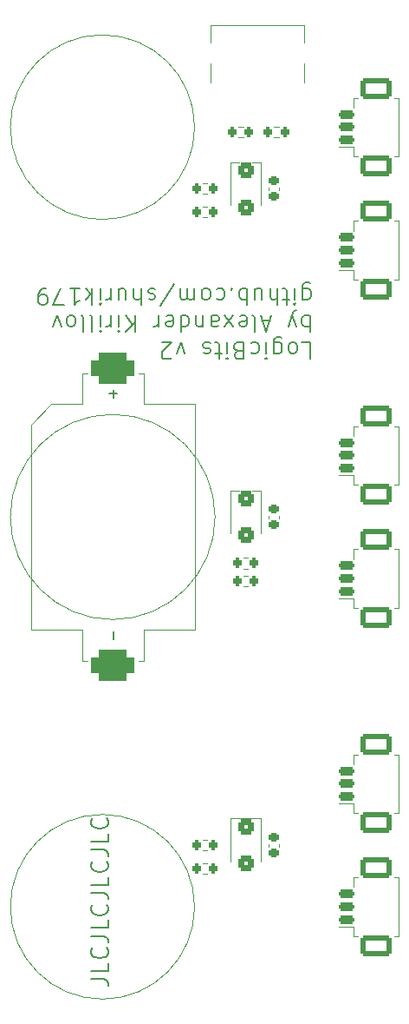
<source format=gbr>
%TF.GenerationSoftware,KiCad,Pcbnew,7.0.8*%
%TF.CreationDate,2024-03-13T10:59:52-04:00*%
%TF.ProjectId,INPUT,494e5055-542e-46b6-9963-61645f706362,rev?*%
%TF.SameCoordinates,Original*%
%TF.FileFunction,Legend,Top*%
%TF.FilePolarity,Positive*%
%FSLAX46Y46*%
G04 Gerber Fmt 4.6, Leading zero omitted, Abs format (unit mm)*
G04 Created by KiCad (PCBNEW 7.0.8) date 2024-03-13 10:59:52*
%MOMM*%
%LPD*%
G01*
G04 APERTURE LIST*
G04 Aperture macros list*
%AMRoundRect*
0 Rectangle with rounded corners*
0 $1 Rounding radius*
0 $2 $3 $4 $5 $6 $7 $8 $9 X,Y pos of 4 corners*
0 Add a 4 corners polygon primitive as box body*
4,1,4,$2,$3,$4,$5,$6,$7,$8,$9,$2,$3,0*
0 Add four circle primitives for the rounded corners*
1,1,$1+$1,$2,$3*
1,1,$1+$1,$4,$5*
1,1,$1+$1,$6,$7*
1,1,$1+$1,$8,$9*
0 Add four rect primitives between the rounded corners*
20,1,$1+$1,$2,$3,$4,$5,0*
20,1,$1+$1,$4,$5,$6,$7,0*
20,1,$1+$1,$6,$7,$8,$9,0*
20,1,$1+$1,$8,$9,$2,$3,0*%
G04 Aperture macros list end*
%ADD10C,0.100000*%
%ADD11C,0.142240*%
%ADD12C,0.150000*%
%ADD13C,0.120000*%
%ADD14RoundRect,0.200000X-0.200000X-0.275000X0.200000X-0.275000X0.200000X0.275000X-0.200000X0.275000X0*%
%ADD15O,2.600000X2.100000*%
%ADD16RoundRect,0.300000X-0.500000X0.450000X-0.500000X-0.450000X0.500000X-0.450000X0.500000X0.450000X0*%
%ADD17RoundRect,0.750000X1.350000X-0.750000X1.350000X0.750000X-1.350000X0.750000X-1.350000X-0.750000X0*%
%ADD18RoundRect,0.200000X0.600000X-0.200000X0.600000X0.200000X-0.600000X0.200000X-0.600000X-0.200000X0*%
%ADD19RoundRect,0.250001X1.249998X-0.799999X1.249998X0.799999X-1.249998X0.799999X-1.249998X-0.799999X0*%
%ADD20RoundRect,0.225000X0.250000X-0.225000X0.250000X0.225000X-0.250000X0.225000X-0.250000X-0.225000X0*%
%ADD21RoundRect,0.200000X0.200000X0.275000X-0.200000X0.275000X-0.200000X-0.275000X0.200000X-0.275000X0*%
%ADD22R,0.700000X1.600000*%
%ADD23R,0.800000X1.600000*%
%ADD24R,0.900000X1.600000*%
%ADD25O,1.000000X1.700000*%
%ADD26C,0.900000*%
G04 APERTURE END LIST*
D10*
X20000000Y-10000000D02*
G75*
G03*
X20000000Y-10000000I-9000000J0D01*
G01*
X20000000Y-86000000D02*
G75*
G03*
X20000000Y-86000000I-9000000J0D01*
G01*
D11*
X9906657Y-93049595D02*
X11075057Y-93049595D01*
X11075057Y-93049595D02*
X11308737Y-93127488D01*
X11308737Y-93127488D02*
X11464524Y-93283275D01*
X11464524Y-93283275D02*
X11542417Y-93516955D01*
X11542417Y-93516955D02*
X11542417Y-93672742D01*
X11542417Y-91491729D02*
X11542417Y-92270662D01*
X11542417Y-92270662D02*
X9906657Y-92270662D01*
X11386630Y-90011755D02*
X11464524Y-90089648D01*
X11464524Y-90089648D02*
X11542417Y-90323328D01*
X11542417Y-90323328D02*
X11542417Y-90479115D01*
X11542417Y-90479115D02*
X11464524Y-90712795D01*
X11464524Y-90712795D02*
X11308737Y-90868582D01*
X11308737Y-90868582D02*
X11152950Y-90946475D01*
X11152950Y-90946475D02*
X10841377Y-91024368D01*
X10841377Y-91024368D02*
X10607697Y-91024368D01*
X10607697Y-91024368D02*
X10296124Y-90946475D01*
X10296124Y-90946475D02*
X10140337Y-90868582D01*
X10140337Y-90868582D02*
X9984550Y-90712795D01*
X9984550Y-90712795D02*
X9906657Y-90479115D01*
X9906657Y-90479115D02*
X9906657Y-90323328D01*
X9906657Y-90323328D02*
X9984550Y-90089648D01*
X9984550Y-90089648D02*
X10062444Y-90011755D01*
X9906657Y-88843355D02*
X11075057Y-88843355D01*
X11075057Y-88843355D02*
X11308737Y-88921248D01*
X11308737Y-88921248D02*
X11464524Y-89077035D01*
X11464524Y-89077035D02*
X11542417Y-89310715D01*
X11542417Y-89310715D02*
X11542417Y-89466502D01*
X11542417Y-87285489D02*
X11542417Y-88064422D01*
X11542417Y-88064422D02*
X9906657Y-88064422D01*
X11386630Y-85805515D02*
X11464524Y-85883408D01*
X11464524Y-85883408D02*
X11542417Y-86117088D01*
X11542417Y-86117088D02*
X11542417Y-86272875D01*
X11542417Y-86272875D02*
X11464524Y-86506555D01*
X11464524Y-86506555D02*
X11308737Y-86662342D01*
X11308737Y-86662342D02*
X11152950Y-86740235D01*
X11152950Y-86740235D02*
X10841377Y-86818128D01*
X10841377Y-86818128D02*
X10607697Y-86818128D01*
X10607697Y-86818128D02*
X10296124Y-86740235D01*
X10296124Y-86740235D02*
X10140337Y-86662342D01*
X10140337Y-86662342D02*
X9984550Y-86506555D01*
X9984550Y-86506555D02*
X9906657Y-86272875D01*
X9906657Y-86272875D02*
X9906657Y-86117088D01*
X9906657Y-86117088D02*
X9984550Y-85883408D01*
X9984550Y-85883408D02*
X10062444Y-85805515D01*
X9906657Y-84637115D02*
X11075057Y-84637115D01*
X11075057Y-84637115D02*
X11308737Y-84715008D01*
X11308737Y-84715008D02*
X11464524Y-84870795D01*
X11464524Y-84870795D02*
X11542417Y-85104475D01*
X11542417Y-85104475D02*
X11542417Y-85260262D01*
X11542417Y-83079249D02*
X11542417Y-83858182D01*
X11542417Y-83858182D02*
X9906657Y-83858182D01*
X11386630Y-81599275D02*
X11464524Y-81677168D01*
X11464524Y-81677168D02*
X11542417Y-81910848D01*
X11542417Y-81910848D02*
X11542417Y-82066635D01*
X11542417Y-82066635D02*
X11464524Y-82300315D01*
X11464524Y-82300315D02*
X11308737Y-82456102D01*
X11308737Y-82456102D02*
X11152950Y-82533995D01*
X11152950Y-82533995D02*
X10841377Y-82611888D01*
X10841377Y-82611888D02*
X10607697Y-82611888D01*
X10607697Y-82611888D02*
X10296124Y-82533995D01*
X10296124Y-82533995D02*
X10140337Y-82456102D01*
X10140337Y-82456102D02*
X9984550Y-82300315D01*
X9984550Y-82300315D02*
X9906657Y-82066635D01*
X9906657Y-82066635D02*
X9906657Y-81910848D01*
X9906657Y-81910848D02*
X9984550Y-81677168D01*
X9984550Y-81677168D02*
X10062444Y-81599275D01*
X9906657Y-80430875D02*
X11075057Y-80430875D01*
X11075057Y-80430875D02*
X11308737Y-80508768D01*
X11308737Y-80508768D02*
X11464524Y-80664555D01*
X11464524Y-80664555D02*
X11542417Y-80898235D01*
X11542417Y-80898235D02*
X11542417Y-81054022D01*
X11542417Y-78873009D02*
X11542417Y-79651942D01*
X11542417Y-79651942D02*
X9906657Y-79651942D01*
X11386630Y-77393035D02*
X11464524Y-77470928D01*
X11464524Y-77470928D02*
X11542417Y-77704608D01*
X11542417Y-77704608D02*
X11542417Y-77860395D01*
X11542417Y-77860395D02*
X11464524Y-78094075D01*
X11464524Y-78094075D02*
X11308737Y-78249862D01*
X11308737Y-78249862D02*
X11152950Y-78327755D01*
X11152950Y-78327755D02*
X10841377Y-78405648D01*
X10841377Y-78405648D02*
X10607697Y-78405648D01*
X10607697Y-78405648D02*
X10296124Y-78327755D01*
X10296124Y-78327755D02*
X10140337Y-78249862D01*
X10140337Y-78249862D02*
X9984550Y-78094075D01*
X9984550Y-78094075D02*
X9906657Y-77860395D01*
X9906657Y-77860395D02*
X9906657Y-77704608D01*
X9906657Y-77704608D02*
X9984550Y-77470928D01*
X9984550Y-77470928D02*
X10062444Y-77393035D01*
X30488022Y-30974730D02*
X31266955Y-30974730D01*
X31266955Y-30974730D02*
X31266955Y-32610490D01*
X29709088Y-30974730D02*
X29864875Y-31052624D01*
X29864875Y-31052624D02*
X29942768Y-31130517D01*
X29942768Y-31130517D02*
X30020661Y-31286304D01*
X30020661Y-31286304D02*
X30020661Y-31753664D01*
X30020661Y-31753664D02*
X29942768Y-31909450D01*
X29942768Y-31909450D02*
X29864875Y-31987344D01*
X29864875Y-31987344D02*
X29709088Y-32065237D01*
X29709088Y-32065237D02*
X29475408Y-32065237D01*
X29475408Y-32065237D02*
X29319621Y-31987344D01*
X29319621Y-31987344D02*
X29241728Y-31909450D01*
X29241728Y-31909450D02*
X29163835Y-31753664D01*
X29163835Y-31753664D02*
X29163835Y-31286304D01*
X29163835Y-31286304D02*
X29241728Y-31130517D01*
X29241728Y-31130517D02*
X29319621Y-31052624D01*
X29319621Y-31052624D02*
X29475408Y-30974730D01*
X29475408Y-30974730D02*
X29709088Y-30974730D01*
X27761755Y-32065237D02*
X27761755Y-30741050D01*
X27761755Y-30741050D02*
X27839648Y-30585264D01*
X27839648Y-30585264D02*
X27917542Y-30507370D01*
X27917542Y-30507370D02*
X28073328Y-30429477D01*
X28073328Y-30429477D02*
X28307008Y-30429477D01*
X28307008Y-30429477D02*
X28462795Y-30507370D01*
X27761755Y-31052624D02*
X27917542Y-30974730D01*
X27917542Y-30974730D02*
X28229115Y-30974730D01*
X28229115Y-30974730D02*
X28384902Y-31052624D01*
X28384902Y-31052624D02*
X28462795Y-31130517D01*
X28462795Y-31130517D02*
X28540688Y-31286304D01*
X28540688Y-31286304D02*
X28540688Y-31753664D01*
X28540688Y-31753664D02*
X28462795Y-31909450D01*
X28462795Y-31909450D02*
X28384902Y-31987344D01*
X28384902Y-31987344D02*
X28229115Y-32065237D01*
X28229115Y-32065237D02*
X27917542Y-32065237D01*
X27917542Y-32065237D02*
X27761755Y-31987344D01*
X26982822Y-30974730D02*
X26982822Y-32065237D01*
X26982822Y-32610490D02*
X27060715Y-32532597D01*
X27060715Y-32532597D02*
X26982822Y-32454704D01*
X26982822Y-32454704D02*
X26904929Y-32532597D01*
X26904929Y-32532597D02*
X26982822Y-32610490D01*
X26982822Y-32610490D02*
X26982822Y-32454704D01*
X25502849Y-31052624D02*
X25658636Y-30974730D01*
X25658636Y-30974730D02*
X25970209Y-30974730D01*
X25970209Y-30974730D02*
X26125996Y-31052624D01*
X26125996Y-31052624D02*
X26203889Y-31130517D01*
X26203889Y-31130517D02*
X26281782Y-31286304D01*
X26281782Y-31286304D02*
X26281782Y-31753664D01*
X26281782Y-31753664D02*
X26203889Y-31909450D01*
X26203889Y-31909450D02*
X26125996Y-31987344D01*
X26125996Y-31987344D02*
X25970209Y-32065237D01*
X25970209Y-32065237D02*
X25658636Y-32065237D01*
X25658636Y-32065237D02*
X25502849Y-31987344D01*
X24256556Y-31831557D02*
X24022876Y-31753664D01*
X24022876Y-31753664D02*
X23944982Y-31675770D01*
X23944982Y-31675770D02*
X23867089Y-31519984D01*
X23867089Y-31519984D02*
X23867089Y-31286304D01*
X23867089Y-31286304D02*
X23944982Y-31130517D01*
X23944982Y-31130517D02*
X24022876Y-31052624D01*
X24022876Y-31052624D02*
X24178662Y-30974730D01*
X24178662Y-30974730D02*
X24801809Y-30974730D01*
X24801809Y-30974730D02*
X24801809Y-32610490D01*
X24801809Y-32610490D02*
X24256556Y-32610490D01*
X24256556Y-32610490D02*
X24100769Y-32532597D01*
X24100769Y-32532597D02*
X24022876Y-32454704D01*
X24022876Y-32454704D02*
X23944982Y-32298917D01*
X23944982Y-32298917D02*
X23944982Y-32143130D01*
X23944982Y-32143130D02*
X24022876Y-31987344D01*
X24022876Y-31987344D02*
X24100769Y-31909450D01*
X24100769Y-31909450D02*
X24256556Y-31831557D01*
X24256556Y-31831557D02*
X24801809Y-31831557D01*
X23166049Y-30974730D02*
X23166049Y-32065237D01*
X23166049Y-32610490D02*
X23243942Y-32532597D01*
X23243942Y-32532597D02*
X23166049Y-32454704D01*
X23166049Y-32454704D02*
X23088156Y-32532597D01*
X23088156Y-32532597D02*
X23166049Y-32610490D01*
X23166049Y-32610490D02*
X23166049Y-32454704D01*
X22620796Y-32065237D02*
X21997649Y-32065237D01*
X22387116Y-32610490D02*
X22387116Y-31208410D01*
X22387116Y-31208410D02*
X22309223Y-31052624D01*
X22309223Y-31052624D02*
X22153436Y-30974730D01*
X22153436Y-30974730D02*
X21997649Y-30974730D01*
X21530289Y-31052624D02*
X21374503Y-30974730D01*
X21374503Y-30974730D02*
X21062929Y-30974730D01*
X21062929Y-30974730D02*
X20907143Y-31052624D01*
X20907143Y-31052624D02*
X20829249Y-31208410D01*
X20829249Y-31208410D02*
X20829249Y-31286304D01*
X20829249Y-31286304D02*
X20907143Y-31442090D01*
X20907143Y-31442090D02*
X21062929Y-31519984D01*
X21062929Y-31519984D02*
X21296609Y-31519984D01*
X21296609Y-31519984D02*
X21452396Y-31597877D01*
X21452396Y-31597877D02*
X21530289Y-31753664D01*
X21530289Y-31753664D02*
X21530289Y-31831557D01*
X21530289Y-31831557D02*
X21452396Y-31987344D01*
X21452396Y-31987344D02*
X21296609Y-32065237D01*
X21296609Y-32065237D02*
X21062929Y-32065237D01*
X21062929Y-32065237D02*
X20907143Y-31987344D01*
X19037703Y-32065237D02*
X18648236Y-30974730D01*
X18648236Y-30974730D02*
X18258769Y-32065237D01*
X17713516Y-32454704D02*
X17635623Y-32532597D01*
X17635623Y-32532597D02*
X17479836Y-32610490D01*
X17479836Y-32610490D02*
X17090370Y-32610490D01*
X17090370Y-32610490D02*
X16934583Y-32532597D01*
X16934583Y-32532597D02*
X16856690Y-32454704D01*
X16856690Y-32454704D02*
X16778796Y-32298917D01*
X16778796Y-32298917D02*
X16778796Y-32143130D01*
X16778796Y-32143130D02*
X16856690Y-31909450D01*
X16856690Y-31909450D02*
X17791410Y-30974730D01*
X17791410Y-30974730D02*
X16778796Y-30974730D01*
X31266955Y-28341156D02*
X31266955Y-29976916D01*
X31266955Y-29353770D02*
X31111168Y-29431663D01*
X31111168Y-29431663D02*
X30799595Y-29431663D01*
X30799595Y-29431663D02*
X30643808Y-29353770D01*
X30643808Y-29353770D02*
X30565915Y-29275876D01*
X30565915Y-29275876D02*
X30488022Y-29120090D01*
X30488022Y-29120090D02*
X30488022Y-28652730D01*
X30488022Y-28652730D02*
X30565915Y-28496943D01*
X30565915Y-28496943D02*
X30643808Y-28419050D01*
X30643808Y-28419050D02*
X30799595Y-28341156D01*
X30799595Y-28341156D02*
X31111168Y-28341156D01*
X31111168Y-28341156D02*
X31266955Y-28419050D01*
X29942769Y-29431663D02*
X29553302Y-28341156D01*
X29163835Y-29431663D02*
X29553302Y-28341156D01*
X29553302Y-28341156D02*
X29709089Y-27951690D01*
X29709089Y-27951690D02*
X29786982Y-27873796D01*
X29786982Y-27873796D02*
X29942769Y-27795903D01*
X27372289Y-28808516D02*
X26593356Y-28808516D01*
X27528076Y-28341156D02*
X26982823Y-29976916D01*
X26982823Y-29976916D02*
X26437569Y-28341156D01*
X25658636Y-28341156D02*
X25814423Y-28419050D01*
X25814423Y-28419050D02*
X25892316Y-28574836D01*
X25892316Y-28574836D02*
X25892316Y-29976916D01*
X24412342Y-28419050D02*
X24568129Y-28341156D01*
X24568129Y-28341156D02*
X24879702Y-28341156D01*
X24879702Y-28341156D02*
X25035489Y-28419050D01*
X25035489Y-28419050D02*
X25113382Y-28574836D01*
X25113382Y-28574836D02*
X25113382Y-29197983D01*
X25113382Y-29197983D02*
X25035489Y-29353770D01*
X25035489Y-29353770D02*
X24879702Y-29431663D01*
X24879702Y-29431663D02*
X24568129Y-29431663D01*
X24568129Y-29431663D02*
X24412342Y-29353770D01*
X24412342Y-29353770D02*
X24334449Y-29197983D01*
X24334449Y-29197983D02*
X24334449Y-29042196D01*
X24334449Y-29042196D02*
X25113382Y-28886410D01*
X23789196Y-28341156D02*
X22932369Y-29431663D01*
X23789196Y-29431663D02*
X22932369Y-28341156D01*
X21608182Y-28341156D02*
X21608182Y-29197983D01*
X21608182Y-29197983D02*
X21686075Y-29353770D01*
X21686075Y-29353770D02*
X21841862Y-29431663D01*
X21841862Y-29431663D02*
X22153435Y-29431663D01*
X22153435Y-29431663D02*
X22309222Y-29353770D01*
X21608182Y-28419050D02*
X21763969Y-28341156D01*
X21763969Y-28341156D02*
X22153435Y-28341156D01*
X22153435Y-28341156D02*
X22309222Y-28419050D01*
X22309222Y-28419050D02*
X22387115Y-28574836D01*
X22387115Y-28574836D02*
X22387115Y-28730623D01*
X22387115Y-28730623D02*
X22309222Y-28886410D01*
X22309222Y-28886410D02*
X22153435Y-28964303D01*
X22153435Y-28964303D02*
X21763969Y-28964303D01*
X21763969Y-28964303D02*
X21608182Y-29042196D01*
X20829249Y-29431663D02*
X20829249Y-28341156D01*
X20829249Y-29275876D02*
X20751356Y-29353770D01*
X20751356Y-29353770D02*
X20595569Y-29431663D01*
X20595569Y-29431663D02*
X20361889Y-29431663D01*
X20361889Y-29431663D02*
X20206102Y-29353770D01*
X20206102Y-29353770D02*
X20128209Y-29197983D01*
X20128209Y-29197983D02*
X20128209Y-28341156D01*
X18648236Y-28341156D02*
X18648236Y-29976916D01*
X18648236Y-28419050D02*
X18804023Y-28341156D01*
X18804023Y-28341156D02*
X19115596Y-28341156D01*
X19115596Y-28341156D02*
X19271383Y-28419050D01*
X19271383Y-28419050D02*
X19349276Y-28496943D01*
X19349276Y-28496943D02*
X19427169Y-28652730D01*
X19427169Y-28652730D02*
X19427169Y-29120090D01*
X19427169Y-29120090D02*
X19349276Y-29275876D01*
X19349276Y-29275876D02*
X19271383Y-29353770D01*
X19271383Y-29353770D02*
X19115596Y-29431663D01*
X19115596Y-29431663D02*
X18804023Y-29431663D01*
X18804023Y-29431663D02*
X18648236Y-29353770D01*
X17246156Y-28419050D02*
X17401943Y-28341156D01*
X17401943Y-28341156D02*
X17713516Y-28341156D01*
X17713516Y-28341156D02*
X17869303Y-28419050D01*
X17869303Y-28419050D02*
X17947196Y-28574836D01*
X17947196Y-28574836D02*
X17947196Y-29197983D01*
X17947196Y-29197983D02*
X17869303Y-29353770D01*
X17869303Y-29353770D02*
X17713516Y-29431663D01*
X17713516Y-29431663D02*
X17401943Y-29431663D01*
X17401943Y-29431663D02*
X17246156Y-29353770D01*
X17246156Y-29353770D02*
X17168263Y-29197983D01*
X17168263Y-29197983D02*
X17168263Y-29042196D01*
X17168263Y-29042196D02*
X17947196Y-28886410D01*
X16467223Y-28341156D02*
X16467223Y-29431663D01*
X16467223Y-29120090D02*
X16389330Y-29275876D01*
X16389330Y-29275876D02*
X16311436Y-29353770D01*
X16311436Y-29353770D02*
X16155650Y-29431663D01*
X16155650Y-29431663D02*
X15999863Y-29431663D01*
X14208317Y-28341156D02*
X14208317Y-29976916D01*
X13273597Y-28341156D02*
X13974637Y-29275876D01*
X13273597Y-29976916D02*
X14208317Y-29042196D01*
X12572557Y-28341156D02*
X12572557Y-29431663D01*
X12572557Y-29976916D02*
X12650450Y-29899023D01*
X12650450Y-29899023D02*
X12572557Y-29821130D01*
X12572557Y-29821130D02*
X12494664Y-29899023D01*
X12494664Y-29899023D02*
X12572557Y-29976916D01*
X12572557Y-29976916D02*
X12572557Y-29821130D01*
X11793624Y-28341156D02*
X11793624Y-29431663D01*
X11793624Y-29120090D02*
X11715731Y-29275876D01*
X11715731Y-29275876D02*
X11637837Y-29353770D01*
X11637837Y-29353770D02*
X11482051Y-29431663D01*
X11482051Y-29431663D02*
X11326264Y-29431663D01*
X10781011Y-28341156D02*
X10781011Y-29431663D01*
X10781011Y-29976916D02*
X10858904Y-29899023D01*
X10858904Y-29899023D02*
X10781011Y-29821130D01*
X10781011Y-29821130D02*
X10703118Y-29899023D01*
X10703118Y-29899023D02*
X10781011Y-29976916D01*
X10781011Y-29976916D02*
X10781011Y-29821130D01*
X9768398Y-28341156D02*
X9924185Y-28419050D01*
X9924185Y-28419050D02*
X10002078Y-28574836D01*
X10002078Y-28574836D02*
X10002078Y-29976916D01*
X8911571Y-28341156D02*
X9067358Y-28419050D01*
X9067358Y-28419050D02*
X9145251Y-28574836D01*
X9145251Y-28574836D02*
X9145251Y-29976916D01*
X8054744Y-28341156D02*
X8210531Y-28419050D01*
X8210531Y-28419050D02*
X8288424Y-28496943D01*
X8288424Y-28496943D02*
X8366317Y-28652730D01*
X8366317Y-28652730D02*
X8366317Y-29120090D01*
X8366317Y-29120090D02*
X8288424Y-29275876D01*
X8288424Y-29275876D02*
X8210531Y-29353770D01*
X8210531Y-29353770D02*
X8054744Y-29431663D01*
X8054744Y-29431663D02*
X7821064Y-29431663D01*
X7821064Y-29431663D02*
X7665277Y-29353770D01*
X7665277Y-29353770D02*
X7587384Y-29275876D01*
X7587384Y-29275876D02*
X7509491Y-29120090D01*
X7509491Y-29120090D02*
X7509491Y-28652730D01*
X7509491Y-28652730D02*
X7587384Y-28496943D01*
X7587384Y-28496943D02*
X7665277Y-28419050D01*
X7665277Y-28419050D02*
X7821064Y-28341156D01*
X7821064Y-28341156D02*
X8054744Y-28341156D01*
X6964238Y-29431663D02*
X6574771Y-28341156D01*
X6574771Y-28341156D02*
X6185304Y-29431663D01*
X30565915Y-26798089D02*
X30565915Y-25473902D01*
X30565915Y-25473902D02*
X30643808Y-25318116D01*
X30643808Y-25318116D02*
X30721702Y-25240222D01*
X30721702Y-25240222D02*
X30877488Y-25162329D01*
X30877488Y-25162329D02*
X31111168Y-25162329D01*
X31111168Y-25162329D02*
X31266955Y-25240222D01*
X30565915Y-25785476D02*
X30721702Y-25707582D01*
X30721702Y-25707582D02*
X31033275Y-25707582D01*
X31033275Y-25707582D02*
X31189062Y-25785476D01*
X31189062Y-25785476D02*
X31266955Y-25863369D01*
X31266955Y-25863369D02*
X31344848Y-26019156D01*
X31344848Y-26019156D02*
X31344848Y-26486516D01*
X31344848Y-26486516D02*
X31266955Y-26642302D01*
X31266955Y-26642302D02*
X31189062Y-26720196D01*
X31189062Y-26720196D02*
X31033275Y-26798089D01*
X31033275Y-26798089D02*
X30721702Y-26798089D01*
X30721702Y-26798089D02*
X30565915Y-26720196D01*
X29786982Y-25707582D02*
X29786982Y-26798089D01*
X29786982Y-27343342D02*
X29864875Y-27265449D01*
X29864875Y-27265449D02*
X29786982Y-27187556D01*
X29786982Y-27187556D02*
X29709089Y-27265449D01*
X29709089Y-27265449D02*
X29786982Y-27343342D01*
X29786982Y-27343342D02*
X29786982Y-27187556D01*
X29241729Y-26798089D02*
X28618582Y-26798089D01*
X29008049Y-27343342D02*
X29008049Y-25941262D01*
X29008049Y-25941262D02*
X28930156Y-25785476D01*
X28930156Y-25785476D02*
X28774369Y-25707582D01*
X28774369Y-25707582D02*
X28618582Y-25707582D01*
X28073329Y-25707582D02*
X28073329Y-27343342D01*
X27372289Y-25707582D02*
X27372289Y-26564409D01*
X27372289Y-26564409D02*
X27450182Y-26720196D01*
X27450182Y-26720196D02*
X27605969Y-26798089D01*
X27605969Y-26798089D02*
X27839649Y-26798089D01*
X27839649Y-26798089D02*
X27995436Y-26720196D01*
X27995436Y-26720196D02*
X28073329Y-26642302D01*
X25892316Y-26798089D02*
X25892316Y-25707582D01*
X26593356Y-26798089D02*
X26593356Y-25941262D01*
X26593356Y-25941262D02*
X26515463Y-25785476D01*
X26515463Y-25785476D02*
X26359676Y-25707582D01*
X26359676Y-25707582D02*
X26125996Y-25707582D01*
X26125996Y-25707582D02*
X25970209Y-25785476D01*
X25970209Y-25785476D02*
X25892316Y-25863369D01*
X25113383Y-25707582D02*
X25113383Y-27343342D01*
X25113383Y-26720196D02*
X24957596Y-26798089D01*
X24957596Y-26798089D02*
X24646023Y-26798089D01*
X24646023Y-26798089D02*
X24490236Y-26720196D01*
X24490236Y-26720196D02*
X24412343Y-26642302D01*
X24412343Y-26642302D02*
X24334450Y-26486516D01*
X24334450Y-26486516D02*
X24334450Y-26019156D01*
X24334450Y-26019156D02*
X24412343Y-25863369D01*
X24412343Y-25863369D02*
X24490236Y-25785476D01*
X24490236Y-25785476D02*
X24646023Y-25707582D01*
X24646023Y-25707582D02*
X24957596Y-25707582D01*
X24957596Y-25707582D02*
X25113383Y-25785476D01*
X23633410Y-25863369D02*
X23555517Y-25785476D01*
X23555517Y-25785476D02*
X23633410Y-25707582D01*
X23633410Y-25707582D02*
X23711303Y-25785476D01*
X23711303Y-25785476D02*
X23633410Y-25863369D01*
X23633410Y-25863369D02*
X23633410Y-25707582D01*
X22153437Y-25785476D02*
X22309224Y-25707582D01*
X22309224Y-25707582D02*
X22620797Y-25707582D01*
X22620797Y-25707582D02*
X22776584Y-25785476D01*
X22776584Y-25785476D02*
X22854477Y-25863369D01*
X22854477Y-25863369D02*
X22932370Y-26019156D01*
X22932370Y-26019156D02*
X22932370Y-26486516D01*
X22932370Y-26486516D02*
X22854477Y-26642302D01*
X22854477Y-26642302D02*
X22776584Y-26720196D01*
X22776584Y-26720196D02*
X22620797Y-26798089D01*
X22620797Y-26798089D02*
X22309224Y-26798089D01*
X22309224Y-26798089D02*
X22153437Y-26720196D01*
X21218717Y-25707582D02*
X21374504Y-25785476D01*
X21374504Y-25785476D02*
X21452397Y-25863369D01*
X21452397Y-25863369D02*
X21530290Y-26019156D01*
X21530290Y-26019156D02*
X21530290Y-26486516D01*
X21530290Y-26486516D02*
X21452397Y-26642302D01*
X21452397Y-26642302D02*
X21374504Y-26720196D01*
X21374504Y-26720196D02*
X21218717Y-26798089D01*
X21218717Y-26798089D02*
X20985037Y-26798089D01*
X20985037Y-26798089D02*
X20829250Y-26720196D01*
X20829250Y-26720196D02*
X20751357Y-26642302D01*
X20751357Y-26642302D02*
X20673464Y-26486516D01*
X20673464Y-26486516D02*
X20673464Y-26019156D01*
X20673464Y-26019156D02*
X20751357Y-25863369D01*
X20751357Y-25863369D02*
X20829250Y-25785476D01*
X20829250Y-25785476D02*
X20985037Y-25707582D01*
X20985037Y-25707582D02*
X21218717Y-25707582D01*
X19972424Y-25707582D02*
X19972424Y-26798089D01*
X19972424Y-26642302D02*
X19894531Y-26720196D01*
X19894531Y-26720196D02*
X19738744Y-26798089D01*
X19738744Y-26798089D02*
X19505064Y-26798089D01*
X19505064Y-26798089D02*
X19349277Y-26720196D01*
X19349277Y-26720196D02*
X19271384Y-26564409D01*
X19271384Y-26564409D02*
X19271384Y-25707582D01*
X19271384Y-26564409D02*
X19193491Y-26720196D01*
X19193491Y-26720196D02*
X19037704Y-26798089D01*
X19037704Y-26798089D02*
X18804024Y-26798089D01*
X18804024Y-26798089D02*
X18648237Y-26720196D01*
X18648237Y-26720196D02*
X18570344Y-26564409D01*
X18570344Y-26564409D02*
X18570344Y-25707582D01*
X16623011Y-27421236D02*
X18025091Y-25318116D01*
X16155651Y-25785476D02*
X15999865Y-25707582D01*
X15999865Y-25707582D02*
X15688291Y-25707582D01*
X15688291Y-25707582D02*
X15532505Y-25785476D01*
X15532505Y-25785476D02*
X15454611Y-25941262D01*
X15454611Y-25941262D02*
X15454611Y-26019156D01*
X15454611Y-26019156D02*
X15532505Y-26174942D01*
X15532505Y-26174942D02*
X15688291Y-26252836D01*
X15688291Y-26252836D02*
X15921971Y-26252836D01*
X15921971Y-26252836D02*
X16077758Y-26330729D01*
X16077758Y-26330729D02*
X16155651Y-26486516D01*
X16155651Y-26486516D02*
X16155651Y-26564409D01*
X16155651Y-26564409D02*
X16077758Y-26720196D01*
X16077758Y-26720196D02*
X15921971Y-26798089D01*
X15921971Y-26798089D02*
X15688291Y-26798089D01*
X15688291Y-26798089D02*
X15532505Y-26720196D01*
X14753571Y-25707582D02*
X14753571Y-27343342D01*
X14052531Y-25707582D02*
X14052531Y-26564409D01*
X14052531Y-26564409D02*
X14130424Y-26720196D01*
X14130424Y-26720196D02*
X14286211Y-26798089D01*
X14286211Y-26798089D02*
X14519891Y-26798089D01*
X14519891Y-26798089D02*
X14675678Y-26720196D01*
X14675678Y-26720196D02*
X14753571Y-26642302D01*
X12572558Y-26798089D02*
X12572558Y-25707582D01*
X13273598Y-26798089D02*
X13273598Y-25941262D01*
X13273598Y-25941262D02*
X13195705Y-25785476D01*
X13195705Y-25785476D02*
X13039918Y-25707582D01*
X13039918Y-25707582D02*
X12806238Y-25707582D01*
X12806238Y-25707582D02*
X12650451Y-25785476D01*
X12650451Y-25785476D02*
X12572558Y-25863369D01*
X11793625Y-25707582D02*
X11793625Y-26798089D01*
X11793625Y-26486516D02*
X11715732Y-26642302D01*
X11715732Y-26642302D02*
X11637838Y-26720196D01*
X11637838Y-26720196D02*
X11482052Y-26798089D01*
X11482052Y-26798089D02*
X11326265Y-26798089D01*
X10781012Y-25707582D02*
X10781012Y-26798089D01*
X10781012Y-27343342D02*
X10858905Y-27265449D01*
X10858905Y-27265449D02*
X10781012Y-27187556D01*
X10781012Y-27187556D02*
X10703119Y-27265449D01*
X10703119Y-27265449D02*
X10781012Y-27343342D01*
X10781012Y-27343342D02*
X10781012Y-27187556D01*
X10002079Y-25707582D02*
X10002079Y-27343342D01*
X9846292Y-26330729D02*
X9378932Y-25707582D01*
X9378932Y-26798089D02*
X10002079Y-26174942D01*
X7821065Y-25707582D02*
X8755785Y-25707582D01*
X8288425Y-25707582D02*
X8288425Y-27343342D01*
X8288425Y-27343342D02*
X8444212Y-27109662D01*
X8444212Y-27109662D02*
X8599999Y-26953876D01*
X8599999Y-26953876D02*
X8755785Y-26875982D01*
X7275812Y-27343342D02*
X6185305Y-27343342D01*
X6185305Y-27343342D02*
X6886345Y-25707582D01*
X5484265Y-25707582D02*
X5172691Y-25707582D01*
X5172691Y-25707582D02*
X5016905Y-25785476D01*
X5016905Y-25785476D02*
X4939011Y-25863369D01*
X4939011Y-25863369D02*
X4783225Y-26097049D01*
X4783225Y-26097049D02*
X4705331Y-26408622D01*
X4705331Y-26408622D02*
X4705331Y-27031769D01*
X4705331Y-27031769D02*
X4783225Y-27187556D01*
X4783225Y-27187556D02*
X4861118Y-27265449D01*
X4861118Y-27265449D02*
X5016905Y-27343342D01*
X5016905Y-27343342D02*
X5328478Y-27343342D01*
X5328478Y-27343342D02*
X5484265Y-27265449D01*
X5484265Y-27265449D02*
X5562158Y-27187556D01*
X5562158Y-27187556D02*
X5640051Y-27031769D01*
X5640051Y-27031769D02*
X5640051Y-26642302D01*
X5640051Y-26642302D02*
X5562158Y-26486516D01*
X5562158Y-26486516D02*
X5484265Y-26408622D01*
X5484265Y-26408622D02*
X5328478Y-26330729D01*
X5328478Y-26330729D02*
X5016905Y-26330729D01*
X5016905Y-26330729D02*
X4861118Y-26408622D01*
X4861118Y-26408622D02*
X4783225Y-26486516D01*
X4783225Y-26486516D02*
X4705331Y-26642302D01*
D12*
X12073866Y-36380951D02*
X12073866Y-35619047D01*
X12454819Y-35999999D02*
X11692914Y-35999999D01*
X12073866Y-59880951D02*
X12073866Y-59119047D01*
D13*
%TO.C,R5*%
X20762743Y-17727499D02*
X21237259Y-17727499D01*
X20762743Y-18772499D02*
X21237259Y-18772499D01*
%TO.C,D1*%
X26460000Y-81600000D02*
X26460000Y-77400000D01*
X26460000Y-77400000D02*
X23540000Y-77400000D01*
X23540000Y-77400000D02*
X23540000Y-81600000D01*
%TO.C,BT1*%
X15000000Y-59000000D02*
X15000000Y-62000000D01*
X4000000Y-39000000D02*
X4000000Y-59000000D01*
X9000000Y-37000000D02*
X6000000Y-37000000D01*
X9000000Y-62000000D02*
X9500000Y-62000000D01*
X20000000Y-59000000D02*
X20000000Y-37000000D01*
X6000000Y-37000000D02*
X4000000Y-39000000D01*
X9000000Y-59000000D02*
X9000000Y-62000000D01*
X15000000Y-34000000D02*
X14500000Y-34000000D01*
X4000000Y-59000000D02*
X9000000Y-59000000D01*
X15000000Y-62000000D02*
X14500000Y-62000000D01*
X20000000Y-59000000D02*
X15000000Y-59000000D01*
X9000000Y-34000000D02*
X9000000Y-37000000D01*
X15000000Y-37000000D02*
X15000000Y-34000000D01*
X9500000Y-34000000D02*
X9000000Y-34000000D01*
X20000000Y-37000000D02*
X15000000Y-37000000D01*
X22000000Y-48000000D02*
G75*
G03*
X22000000Y-48000000I-10000000J0D01*
G01*
%TO.C,R3*%
X24762742Y-53727500D02*
X25237258Y-53727500D01*
X24762742Y-54772500D02*
X25237258Y-54772500D01*
%TO.C,J4*%
X35540000Y-51140000D02*
X35540000Y-52090000D01*
X35990000Y-56860000D02*
X35540000Y-56860000D01*
X39510000Y-56860000D02*
X39960000Y-56860000D01*
X35540000Y-55910000D02*
X34050000Y-55910000D01*
X35990000Y-51140000D02*
X35540000Y-51140000D01*
X39960000Y-51140000D02*
X39510000Y-51140000D01*
X39960000Y-56860000D02*
X39960000Y-51140000D01*
X35540000Y-56860000D02*
X35540000Y-55910000D01*
%TO.C,R6*%
X20762742Y-15477500D02*
X21237258Y-15477500D01*
X20762742Y-16522500D02*
X21237258Y-16522500D01*
%TO.C,C1*%
X27240000Y-80140580D02*
X27240000Y-79859420D01*
X28260000Y-80140580D02*
X28260000Y-79859420D01*
%TO.C,R8*%
X28237258Y-9977500D02*
X27762742Y-9977500D01*
X28237258Y-11022500D02*
X27762742Y-11022500D01*
%TO.C,J6*%
X39510000Y-24860000D02*
X39960000Y-24860000D01*
X39960000Y-19140000D02*
X39510000Y-19140000D01*
X35990000Y-24860000D02*
X35540000Y-24860000D01*
X35990000Y-19140000D02*
X35540000Y-19140000D01*
X39960000Y-24860000D02*
X39960000Y-19140000D01*
X35540000Y-19140000D02*
X35540000Y-20090000D01*
X35540000Y-23910000D02*
X34050000Y-23910000D01*
X35540000Y-24860000D02*
X35540000Y-23910000D01*
%TO.C,R1*%
X20762742Y-81727500D02*
X21237258Y-81727500D01*
X20762742Y-82772500D02*
X21237258Y-82772500D01*
%TO.C,J3*%
X39960000Y-39140000D02*
X39510000Y-39140000D01*
X35540000Y-43910000D02*
X34050000Y-43910000D01*
X39960000Y-44860000D02*
X39960000Y-39140000D01*
X35990000Y-39140000D02*
X35540000Y-39140000D01*
X39510000Y-44860000D02*
X39960000Y-44860000D01*
X35540000Y-39140000D02*
X35540000Y-40090000D01*
X35990000Y-44860000D02*
X35540000Y-44860000D01*
X35540000Y-44860000D02*
X35540000Y-43910000D01*
%TO.C,D3*%
X26460001Y-17600001D02*
X26460001Y-13400001D01*
X23540001Y-13400001D02*
X23540001Y-17600001D01*
X26460001Y-13400001D02*
X23540001Y-13400001D01*
%TO.C,P1*%
X21582000Y-57000D02*
X30742000Y-57000D01*
X30742000Y-57000D02*
X30742000Y-1762000D01*
X21582000Y-3772000D02*
X21582000Y-5692000D01*
X30742000Y-5692000D02*
X30742000Y-3772000D01*
X21582000Y-1762000D02*
X21582000Y-57000D01*
%TO.C,J1*%
X35540000Y-75910000D02*
X34050000Y-75910000D01*
X39510000Y-76860000D02*
X39960000Y-76860000D01*
X35540000Y-71140000D02*
X35540000Y-72090000D01*
X35990000Y-76860000D02*
X35540000Y-76860000D01*
X35540000Y-76860000D02*
X35540000Y-75910000D01*
X35990000Y-71140000D02*
X35540000Y-71140000D01*
X39960000Y-71140000D02*
X39510000Y-71140000D01*
X39960000Y-76860000D02*
X39960000Y-71140000D01*
%TO.C,C3*%
X28260000Y-16140580D02*
X28260000Y-15859420D01*
X27240000Y-16140580D02*
X27240000Y-15859420D01*
%TO.C,R4*%
X24762742Y-51977500D02*
X25237258Y-51977500D01*
X24762742Y-53022500D02*
X25237258Y-53022500D01*
%TO.C,J2*%
X35540000Y-88860000D02*
X35540000Y-87910000D01*
X39510000Y-88860000D02*
X39960000Y-88860000D01*
X39960000Y-83140000D02*
X39510000Y-83140000D01*
X35990000Y-83140000D02*
X35540000Y-83140000D01*
X35540000Y-87910000D02*
X34050000Y-87910000D01*
X35540000Y-83140000D02*
X35540000Y-84090000D01*
X35990000Y-88860000D02*
X35540000Y-88860000D01*
X39960000Y-88860000D02*
X39960000Y-83140000D01*
%TO.C,R2*%
X20762742Y-80522500D02*
X21237258Y-80522500D01*
X20762742Y-79477500D02*
X21237258Y-79477500D01*
%TO.C,J5*%
X39960000Y-12860000D02*
X39960000Y-7140000D01*
X35540000Y-11910000D02*
X34050000Y-11910000D01*
X35990000Y-7140000D02*
X35540000Y-7140000D01*
X35540000Y-12860000D02*
X35540000Y-11910000D01*
X35540000Y-7140000D02*
X35540000Y-8090000D01*
X39960000Y-7140000D02*
X39510000Y-7140000D01*
X39510000Y-12860000D02*
X39960000Y-12860000D01*
X35990000Y-12860000D02*
X35540000Y-12860000D01*
%TO.C,R7*%
X24262742Y-9977500D02*
X24737258Y-9977500D01*
X24262742Y-11022500D02*
X24737258Y-11022500D01*
%TO.C,D2*%
X26460000Y-49600000D02*
X26460000Y-45400000D01*
X26460000Y-45400000D02*
X23540000Y-45400000D01*
X23540000Y-45400000D02*
X23540000Y-49600000D01*
%TO.C,C2*%
X28260000Y-48140580D02*
X28260000Y-47859420D01*
X27240000Y-48140580D02*
X27240000Y-47859420D01*
%TD*%
%LPC*%
D14*
%TO.C,R5*%
X20175001Y-18249999D03*
X21825001Y-18249999D03*
%TD*%
D15*
%TO.C,D1*%
X25000000Y-80000000D03*
D16*
X25000000Y-78200000D03*
X25000000Y-81800000D03*
%TD*%
D17*
%TO.C,BT1*%
X12000000Y-33500000D03*
X12000000Y-62500000D03*
%TD*%
D14*
%TO.C,R3*%
X24175000Y-54250000D03*
X25825000Y-54250000D03*
%TD*%
D18*
%TO.C,J4*%
X34850000Y-55250000D03*
X34850000Y-54000000D03*
X34850000Y-52750000D03*
D19*
X37749988Y-50200001D03*
X37749988Y-57800011D03*
%TD*%
D14*
%TO.C,R6*%
X20175000Y-16000000D03*
X21825000Y-16000000D03*
%TD*%
D20*
%TO.C,C1*%
X27750000Y-80775000D03*
X27750000Y-79225000D03*
%TD*%
D21*
%TO.C,R8*%
X28825000Y-10500000D03*
X27175000Y-10500000D03*
%TD*%
D18*
%TO.C,J6*%
X34850000Y-23250000D03*
X34850000Y-22000000D03*
X34850000Y-20750000D03*
D19*
X37749988Y-25799999D03*
X37749988Y-18199999D03*
%TD*%
D14*
%TO.C,R1*%
X20175000Y-82250000D03*
X21825000Y-82250000D03*
%TD*%
D18*
%TO.C,J3*%
X34850000Y-43250000D03*
X34850000Y-42000000D03*
X34850000Y-40750000D03*
D19*
X37749988Y-45800010D03*
X37749988Y-38200000D03*
%TD*%
D15*
%TO.C,D3*%
X25000001Y-16000001D03*
D16*
X25000001Y-14200001D03*
X25000001Y-17800001D03*
%TD*%
D22*
%TO.C,P1*%
X26662000Y-6667000D03*
D23*
X24642000Y-6667000D03*
D24*
X23412000Y-6667000D03*
D22*
X25662000Y-6667000D03*
D23*
X27682000Y-6667000D03*
D24*
X28912000Y-6667000D03*
D25*
X30482000Y-6467000D03*
X21842000Y-6467000D03*
X21842000Y-2667000D03*
X30482000Y-2667000D03*
%TD*%
D18*
%TO.C,J1*%
X34850000Y-75250000D03*
X34850000Y-74000000D03*
X34850000Y-72750000D03*
D19*
X37749988Y-70200012D03*
X37749988Y-77799997D03*
%TD*%
D20*
%TO.C,C3*%
X27750000Y-16775000D03*
X27750000Y-15225000D03*
%TD*%
D14*
%TO.C,R4*%
X24175000Y-52500000D03*
X25825000Y-52500000D03*
%TD*%
D18*
%TO.C,J2*%
X34850000Y-87250000D03*
X34850000Y-86000000D03*
X34850000Y-84750000D03*
D19*
X37749988Y-82199988D03*
X37749988Y-89799998D03*
%TD*%
D14*
%TO.C,R2*%
X20175000Y-80000000D03*
X21825000Y-80000000D03*
%TD*%
D18*
%TO.C,J5*%
X34850000Y-11250000D03*
X34850000Y-10000000D03*
X34850000Y-8750000D03*
D19*
X37749988Y-6200000D03*
X37749988Y-13800000D03*
%TD*%
D14*
%TO.C,R7*%
X23675000Y-10500000D03*
X25325000Y-10500000D03*
%TD*%
D15*
%TO.C,D2*%
X25000000Y-48000000D03*
D16*
X25000000Y-46200000D03*
X25000000Y-49800000D03*
%TD*%
D20*
%TO.C,C2*%
X27750000Y-48775000D03*
X27750000Y-47225000D03*
%TD*%
D26*
%TO.C,SW1*%
X1895000Y-81500000D03*
X1895000Y-78500000D03*
%TD*%
%TO.C,SW3*%
X1670000Y-14500000D03*
X1670000Y-17500000D03*
%TD*%
%TO.C,SW2*%
X1670000Y-46500000D03*
X1670000Y-49500000D03*
%TD*%
%LPD*%
M02*

</source>
